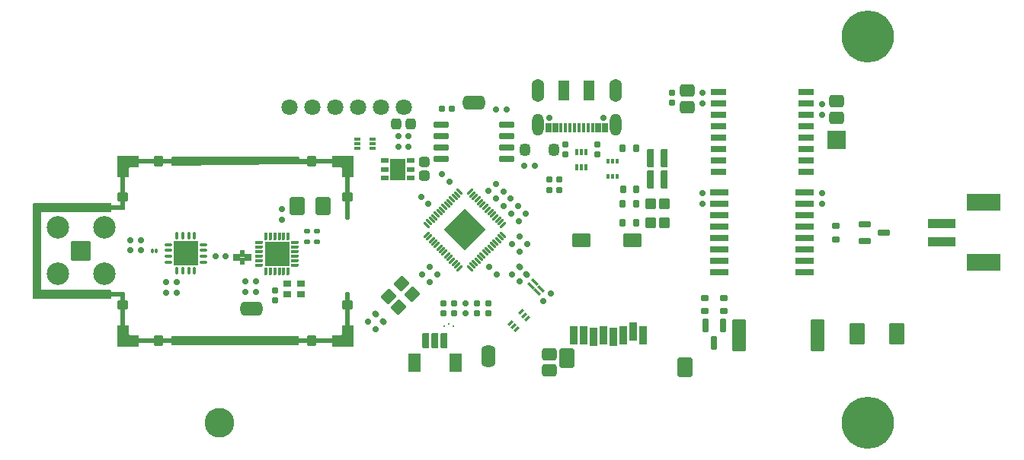
<source format=gbr>
%TF.GenerationSoftware,KiCad,Pcbnew,9.0.2+1*%
%TF.CreationDate,2025-08-16T02:22:31+01:00*%
%TF.ProjectId,OBC,4f42432e-6b69-4636-9164-5f7063625858,rev?*%
%TF.SameCoordinates,Original*%
%TF.FileFunction,Soldermask,Top*%
%TF.FilePolarity,Negative*%
%FSLAX45Y45*%
G04 Gerber Fmt 4.5, Leading zero omitted, Abs format (unit mm)*
G04 Created by KiCad (PCBNEW 9.0.2+1) date 2025-08-16 02:22:31*
%MOMM*%
%LPD*%
G01*
G04 APERTURE LIST*
G04 Aperture macros list*
%AMRoundRect*
0 Rectangle with rounded corners*
0 $1 Rounding radius*
0 $2 $3 $4 $5 $6 $7 $8 $9 X,Y pos of 4 corners*
0 Add a 4 corners polygon primitive as box body*
4,1,4,$2,$3,$4,$5,$6,$7,$8,$9,$2,$3,0*
0 Add four circle primitives for the rounded corners*
1,1,$1+$1,$2,$3*
1,1,$1+$1,$4,$5*
1,1,$1+$1,$6,$7*
1,1,$1+$1,$8,$9*
0 Add four rect primitives between the rounded corners*
20,1,$1+$1,$2,$3,$4,$5,0*
20,1,$1+$1,$4,$5,$6,$7,0*
20,1,$1+$1,$6,$7,$8,$9,0*
20,1,$1+$1,$8,$9,$2,$3,0*%
%AMFreePoly0*
4,1,39,0.535921,0.785921,0.550800,0.750000,0.550800,-0.750000,0.535921,-0.785921,0.500000,-0.800800,0.000000,-0.800800,-0.010328,-0.796522,-0.065263,-0.796522,-0.078411,-0.794791,-0.204490,-0.761009,-0.216742,-0.755934,-0.329781,-0.690671,-0.340302,-0.682598,-0.432598,-0.590302,-0.440671,-0.579781,-0.505934,-0.466742,-0.511009,-0.454490,-0.544791,-0.328411,-0.546522,-0.315263,-0.546522,-0.260327,
-0.550800,-0.250000,-0.550800,0.250000,-0.546522,0.260327,-0.546522,0.315263,-0.544791,0.328411,-0.511009,0.454490,-0.505934,0.466742,-0.440671,0.579781,-0.432598,0.590302,-0.340302,0.682598,-0.329781,0.690671,-0.216742,0.755934,-0.204490,0.761009,-0.078411,0.794791,-0.065263,0.796522,-0.010328,0.796522,0.000000,0.800800,0.500000,0.800800,0.535921,0.785921,0.535921,0.785921,
$1*%
%AMFreePoly1*
4,1,39,0.010328,0.796522,0.065263,0.796522,0.078411,0.794791,0.204490,0.761009,0.216742,0.755934,0.329781,0.690671,0.340302,0.682598,0.432598,0.590302,0.440671,0.579781,0.505934,0.466742,0.511009,0.454490,0.544791,0.328411,0.546522,0.315263,0.546522,0.260327,0.550800,0.250000,0.550800,-0.250000,0.546522,-0.260327,0.546522,-0.315263,0.544791,-0.328411,0.511009,-0.454490,
0.505934,-0.466742,0.440671,-0.579781,0.432598,-0.590302,0.340302,-0.682598,0.329781,-0.690671,0.216742,-0.755934,0.204490,-0.761009,0.078411,-0.794791,0.065263,-0.796522,0.010328,-0.796522,0.000000,-0.800800,-0.500000,-0.800800,-0.535921,-0.785921,-0.550800,-0.750000,-0.550800,0.750000,-0.535921,0.785921,-0.500000,0.800800,0.000000,0.800800,0.010328,0.796522,0.010328,0.796522,
$1*%
G04 Aperture macros list end*
%ADD10C,0.010000*%
%ADD11C,0.000000*%
%ADD12RoundRect,0.025400X0.224506X-0.350230X0.350230X-0.224506X-0.224506X0.350230X-0.350230X0.224506X0*%
%ADD13RoundRect,0.025400X-0.350230X-0.224506X-0.224506X-0.350230X0.350230X0.224506X0.224506X0.350230X0*%
%ADD14RoundRect,0.025400X-2.263025X0.000000X0.000000X-2.263025X2.263025X0.000000X0.000000X2.263025X0*%
%ADD15RoundRect,0.025400X0.127000X0.381000X-0.127000X0.381000X-0.127000X-0.381000X0.127000X-0.381000X0*%
%ADD16RoundRect,0.025400X0.381000X-0.127000X0.381000X0.127000X-0.381000X0.127000X-0.381000X-0.127000X0*%
%ADD17RoundRect,0.025400X1.320800X-1.320800X1.320800X1.320800X-1.320800X1.320800X-1.320800X-1.320800X0*%
%ADD18RoundRect,0.088900X0.317500X-0.088900X0.317500X0.088900X-0.317500X0.088900X-0.317500X-0.088900X0*%
%ADD19RoundRect,0.088900X-0.088900X-0.317500X0.088900X-0.317500X0.088900X0.317500X-0.088900X0.317500X0*%
%ADD20RoundRect,0.025400X-1.320800X-1.320800X1.320800X-1.320800X1.320800X1.320800X-1.320800X1.320800X0*%
%ADD21RoundRect,0.025400X-0.359210X0.179605X0.179605X-0.359210X0.359210X-0.179605X-0.179605X0.359210X0*%
%ADD22RoundRect,0.025400X0.406400X0.203200X-0.406400X0.203200X-0.406400X-0.203200X0.406400X-0.203200X0*%
%ADD23R,1.752600X2.489200*%
%ADD24RoundRect,0.050800X-0.400000X-1.000000X0.400000X-1.000000X0.400000X1.000000X-0.400000X1.000000X0*%
%ADD25RoundRect,0.076200X-0.900000X-0.700000X0.900000X-0.700000X0.900000X0.700000X-0.900000X0.700000X0*%
%ADD26RoundRect,0.120000X-0.700000X-0.950000X0.700000X-0.950000X0.700000X0.950000X-0.700000X0.950000X0*%
%ADD27C,0.731600*%
%ADD28C,0.701600*%
%ADD29RoundRect,0.025400X0.260000X0.500000X-0.260000X0.500000X-0.260000X-0.500000X0.260000X-0.500000X0*%
%ADD30RoundRect,0.025400X0.135000X0.500000X-0.135000X0.500000X-0.135000X-0.500000X0.135000X-0.500000X0*%
%ADD31RoundRect,0.120000X0.500000X1.000000X-0.500000X1.000000X-0.500000X-1.000000X0.500000X-1.000000X0*%
%ADD32O,1.310400X2.468400*%
%ADD33O,1.352400X2.552400*%
%ADD34RoundRect,0.266387X0.559413X0.759413X-0.559413X0.759413X-0.559413X-0.759413X0.559413X-0.759413X0*%
%ADD35RoundRect,0.025400X0.150000X0.237500X-0.150000X0.237500X-0.150000X-0.237500X0.150000X-0.237500X0*%
%ADD36RoundRect,0.025400X0.105000X0.200000X-0.105000X0.200000X-0.105000X-0.200000X0.105000X-0.200000X0*%
%ADD37RoundRect,0.150400X0.267709X-0.055013X-0.055013X0.267709X-0.267709X0.055013X0.055013X-0.267709X0*%
%ADD38RoundRect,0.152400X0.177800X0.152400X-0.177800X0.152400X-0.177800X-0.152400X0.177800X-0.152400X0*%
%ADD39RoundRect,0.150400X0.150399X-0.228199X0.150399X0.228199X-0.150399X0.228199X-0.150399X-0.228199X0*%
%ADD40RoundRect,0.152400X-0.152400X0.177800X-0.152400X-0.177800X0.152400X-0.177800X0.152400X0.177800X0*%
%ADD41RoundRect,0.050800X-0.762000X-0.266700X0.762000X-0.266700X0.762000X0.266700X-0.762000X0.266700X0*%
%ADD42RoundRect,0.102000X0.650000X1.700000X-0.650000X1.700000X-0.650000X-1.700000X0.650000X-1.700000X0*%
%ADD43RoundRect,0.152400X0.152400X-0.177800X0.152400X0.177800X-0.152400X0.177800X-0.152400X-0.177800X0*%
%ADD44C,3.301600*%
%ADD45RoundRect,0.150400X0.228199X0.150399X-0.228199X0.150399X-0.228199X-0.150399X0.228199X-0.150399X0*%
%ADD46RoundRect,0.294348X0.532652X-0.382652X0.532652X0.382652X-0.532652X0.382652X-0.532652X-0.382652X0*%
%ADD47RoundRect,0.152400X0.017961X0.233487X-0.233487X-0.017961X-0.017961X-0.233487X0.233487X0.017961X0*%
%ADD48RoundRect,0.294348X-0.532652X0.382652X-0.532652X-0.382652X0.532652X-0.382652X0.532652X0.382652X0*%
%ADD49RoundRect,0.281000X0.311000X-0.281000X0.311000X0.281000X-0.311000X0.281000X-0.311000X-0.281000X0*%
%ADD50RoundRect,0.152400X-0.233487X0.017961X0.017961X-0.233487X0.233487X-0.017961X-0.017961X0.233487X0*%
%ADD51RoundRect,0.050800X-1.000000X-1.000000X1.000000X-1.000000X1.000000X1.000000X-1.000000X1.000000X0*%
%ADD52RoundRect,0.050800X-0.330200X-0.774700X0.330200X-0.774700X0.330200X0.774700X-0.330200X0.774700X0*%
%ADD53RoundRect,0.050800X0.647700X-0.952500X0.647700X0.952500X-0.647700X0.952500X-0.647700X-0.952500X0*%
%ADD54FreePoly0,90.000000*%
%ADD55FreePoly1,90.000000*%
%ADD56RoundRect,0.050800X-0.622300X0.279400X-0.622300X-0.279400X0.622300X-0.279400X0.622300X0.279400X0*%
%ADD57RoundRect,0.050800X0.279400X0.711200X-0.279400X0.711200X-0.279400X-0.711200X0.279400X-0.711200X0*%
%ADD58RoundRect,0.278500X-0.278500X-0.358500X0.278500X-0.358500X0.278500X0.358500X-0.278500X0.358500X0*%
%ADD59RoundRect,0.150400X-0.150399X0.228199X-0.150399X-0.228199X0.150399X-0.228199X0.150399X0.228199X0*%
%ADD60RoundRect,0.150400X-0.150400X-0.306800X0.150400X-0.306800X0.150400X0.306800X-0.150400X0.306800X0*%
%ADD61RoundRect,0.050800X-0.824999X-0.299999X0.824999X-0.299999X0.824999X0.299999X-0.824999X0.299999X0*%
%ADD62RoundRect,0.152400X-0.017961X-0.233487X0.233487X0.017961X0.017961X0.233487X-0.233487X-0.017961X0*%
%ADD63RoundRect,0.102000X-0.500000X0.400000X-0.500000X-0.400000X0.500000X-0.400000X0.500000X0.400000X0*%
%ADD64RoundRect,0.102000X-0.400000X0.500000X-0.400000X-0.500000X0.400000X-0.500000X0.400000X0.500000X0*%
%ADD65RoundRect,0.139700X-0.165100X-0.139700X0.165100X-0.139700X0.165100X0.139700X-0.165100X0.139700X0*%
%ADD66RoundRect,0.150400X0.306800X-0.150400X0.306800X0.150400X-0.306800X0.150400X-0.306800X-0.150400X0*%
%ADD67RoundRect,0.025400X0.304800X0.114300X-0.304800X0.114300X-0.304800X-0.114300X0.304800X-0.114300X0*%
%ADD68RoundRect,0.050800X1.050000X-1.050000X1.050000X1.050000X-1.050000X1.050000X-1.050000X-1.050000X0*%
%ADD69C,2.501600*%
%ADD70RoundRect,0.050800X0.525000X-0.500000X0.525000X0.500000X-0.525000X0.500000X-0.525000X-0.500000X0*%
%ADD71RoundRect,0.050800X0.330200X-0.952500X0.330200X0.952500X-0.330200X0.952500X-0.330200X-0.952500X0*%
%ADD72C,5.801600*%
%ADD73RoundRect,0.050800X1.447800X-0.495300X1.447800X0.495300X-1.447800X0.495300X-1.447800X-0.495300X0*%
%ADD74RoundRect,0.050800X1.803400X-0.901700X1.803400X0.901700X-1.803400X0.901700X-1.803400X-0.901700X0*%
%ADD75RoundRect,0.150400X-0.267709X0.055013X0.055013X-0.267709X0.267709X-0.055013X-0.055013X0.267709X0*%
%ADD76RoundRect,0.152400X0.233487X-0.017961X-0.017961X0.233487X-0.233487X0.017961X0.017961X-0.233487X0*%
%ADD77RoundRect,0.150400X0.150400X0.306800X-0.150400X0.306800X-0.150400X-0.306800X0.150400X-0.306800X0*%
%ADD78RoundRect,0.281000X-0.281000X-0.311000X0.281000X-0.311000X0.281000X0.311000X-0.281000X0.311000X0*%
%ADD79FreePoly0,0.000000*%
%ADD80FreePoly1,0.000000*%
%ADD81RoundRect,0.095000X-0.335000X0.285000X-0.335000X-0.285000X0.335000X-0.285000X0.335000X0.285000X0*%
%ADD82RoundRect,0.152400X-0.177800X-0.152400X0.177800X-0.152400X0.177800X0.152400X-0.177800X0.152400X0*%
%ADD83RoundRect,0.102000X0.500000X-0.400000X0.500000X0.400000X-0.500000X0.400000X-0.500000X-0.400000X0*%
%ADD84RoundRect,0.102000X0.400000X-0.500000X0.400000X0.500000X-0.400000X0.500000X-0.400000X-0.500000X0*%
%ADD85RoundRect,0.025400X-0.114300X0.304800X-0.114300X-0.304800X0.114300X-0.304800X0.114300X0.304800X0*%
%ADD86RoundRect,0.102000X-0.400000X-0.500000X0.400000X-0.500000X0.400000X0.500000X-0.400000X0.500000X0*%
%ADD87RoundRect,0.102000X-0.500000X-0.400000X0.500000X-0.400000X0.500000X0.400000X-0.500000X0.400000X0*%
%ADD88RoundRect,0.050800X-0.775000X-1.100000X0.775000X-1.100000X0.775000X1.100000X-0.775000X1.100000X0*%
%ADD89RoundRect,0.150400X-0.306800X0.150400X-0.306800X-0.150400X0.306800X-0.150400X0.306800X0.150400X0*%
%ADD90RoundRect,0.050800X0.848528X0.070711X0.070711X0.848528X-0.848528X-0.070711X-0.070711X-0.848528X0*%
%ADD91RoundRect,0.050800X0.134704X0.296348X-0.296348X-0.134704X-0.134704X-0.296348X0.296348X0.134704X0*%
%ADD92FreePoly0,180.000000*%
%ADD93FreePoly1,180.000000*%
%ADD94RoundRect,0.050800X0.949999X-0.299999X0.949999X0.299999X-0.949999X0.299999X-0.949999X-0.299999X0*%
%ADD95RoundRect,0.102000X0.400000X0.500000X-0.400000X0.500000X-0.400000X-0.500000X0.400000X-0.500000X0*%
%ADD96RoundRect,0.102000X0.500000X0.400000X-0.500000X0.400000X-0.500000X-0.400000X0.500000X-0.400000X0*%
%ADD97C,1.803400*%
G04 APERTURE END LIST*
D10*
%TO.C,D5*%
X14676000Y-11325440D02*
X14676100Y-11325440D01*
X14676300Y-11325440D01*
X14676400Y-11325540D01*
X14676500Y-11325540D01*
X14676600Y-11325640D01*
X14676700Y-11325640D01*
X14676900Y-11325740D01*
X14677000Y-11325840D01*
X14677100Y-11325940D01*
X14677200Y-11325940D01*
X14677300Y-11326040D01*
X14677400Y-11326140D01*
X14677400Y-11326240D01*
X14677500Y-11326340D01*
X14677600Y-11326440D01*
X14677700Y-11326540D01*
X14677700Y-11326740D01*
X14677800Y-11326840D01*
X14677800Y-11326940D01*
X14677900Y-11327040D01*
X14677900Y-11327240D01*
X14677900Y-11327340D01*
X14678000Y-11327440D01*
X14678000Y-11327540D01*
X14678000Y-11327740D01*
X14678000Y-11327840D01*
X14678000Y-11332840D01*
X14678000Y-11332940D01*
X14678000Y-11333140D01*
X14678000Y-11333240D01*
X14677900Y-11333340D01*
X14677900Y-11333440D01*
X14677900Y-11333640D01*
X14677800Y-11333740D01*
X14677800Y-11333840D01*
X14677700Y-11333940D01*
X14677700Y-11334040D01*
X14677600Y-11334240D01*
X14677500Y-11334340D01*
X14677400Y-11334440D01*
X14677400Y-11334540D01*
X14677300Y-11334640D01*
X14677200Y-11334740D01*
X14677100Y-11334740D01*
X14677000Y-11334840D01*
X14676900Y-11334940D01*
X14676700Y-11335040D01*
X14676600Y-11335040D01*
X14676500Y-11335140D01*
X14676400Y-11335140D01*
X14676300Y-11335240D01*
X14676100Y-11335240D01*
X14676000Y-11335240D01*
X14675900Y-11335340D01*
X14675800Y-11335340D01*
X14675600Y-11335340D01*
X14675500Y-11335340D01*
X14670500Y-11335340D01*
X14670400Y-11335340D01*
X14670200Y-11335340D01*
X14670100Y-11335340D01*
X14670000Y-11335240D01*
X14669900Y-11335240D01*
X14669700Y-11335240D01*
X14669600Y-11335140D01*
X14669500Y-11335140D01*
X14669400Y-11335040D01*
X14669200Y-11335040D01*
X14669100Y-11334940D01*
X14669000Y-11334840D01*
X14668900Y-11334740D01*
X14668800Y-11334740D01*
X14668700Y-11334640D01*
X14668600Y-11334540D01*
X14668600Y-11334440D01*
X14668500Y-11334340D01*
X14668400Y-11334240D01*
X14668300Y-11334040D01*
X14668300Y-11333940D01*
X14668200Y-11333840D01*
X14668200Y-11333740D01*
X14668100Y-11333640D01*
X14668100Y-11333440D01*
X14668100Y-11333340D01*
X14668000Y-11333240D01*
X14668000Y-11333140D01*
X14668000Y-11332940D01*
X14668000Y-11332840D01*
X14668000Y-11327840D01*
X14668000Y-11327740D01*
X14668000Y-11327540D01*
X14668000Y-11327440D01*
X14668100Y-11327340D01*
X14668100Y-11327240D01*
X14668100Y-11327040D01*
X14668200Y-11326940D01*
X14668200Y-11326840D01*
X14668300Y-11326740D01*
X14668300Y-11326540D01*
X14668400Y-11326440D01*
X14668500Y-11326340D01*
X14668600Y-11326240D01*
X14668600Y-11326140D01*
X14668700Y-11326040D01*
X14668800Y-11325940D01*
X14668900Y-11325940D01*
X14669000Y-11325840D01*
X14669100Y-11325740D01*
X14669200Y-11325640D01*
X14669400Y-11325640D01*
X14669500Y-11325540D01*
X14669600Y-11325540D01*
X14669700Y-11325440D01*
X14669900Y-11325440D01*
X14670000Y-11325440D01*
X14670100Y-11325340D01*
X14670200Y-11325340D01*
X14670400Y-11325340D01*
X14670500Y-11325340D01*
X14675500Y-11325340D01*
X14675600Y-11325340D01*
X14675800Y-11325340D01*
X14675900Y-11325340D01*
X14676000Y-11325440D01*
G36*
X14676000Y-11325440D02*
G01*
X14676100Y-11325440D01*
X14676300Y-11325440D01*
X14676400Y-11325540D01*
X14676500Y-11325540D01*
X14676600Y-11325640D01*
X14676700Y-11325640D01*
X14676900Y-11325740D01*
X14677000Y-11325840D01*
X14677100Y-11325940D01*
X14677200Y-11325940D01*
X14677300Y-11326040D01*
X14677400Y-11326140D01*
X14677400Y-11326240D01*
X14677500Y-11326340D01*
X14677600Y-11326440D01*
X14677700Y-11326540D01*
X14677700Y-11326740D01*
X14677800Y-11326840D01*
X14677800Y-11326940D01*
X14677900Y-11327040D01*
X14677900Y-11327240D01*
X14677900Y-11327340D01*
X14678000Y-11327440D01*
X14678000Y-11327540D01*
X14678000Y-11327740D01*
X14678000Y-11327840D01*
X14678000Y-11332840D01*
X14678000Y-11332940D01*
X14678000Y-11333140D01*
X14678000Y-11333240D01*
X14677900Y-11333340D01*
X14677900Y-11333440D01*
X14677900Y-11333640D01*
X14677800Y-11333740D01*
X14677800Y-11333840D01*
X14677700Y-11333940D01*
X14677700Y-11334040D01*
X14677600Y-11334240D01*
X14677500Y-11334340D01*
X14677400Y-11334440D01*
X14677400Y-11334540D01*
X14677300Y-11334640D01*
X14677200Y-11334740D01*
X14677100Y-11334740D01*
X14677000Y-11334840D01*
X14676900Y-11334940D01*
X14676700Y-11335040D01*
X14676600Y-11335040D01*
X14676500Y-11335140D01*
X14676400Y-11335140D01*
X14676300Y-11335240D01*
X14676100Y-11335240D01*
X14676000Y-11335240D01*
X14675900Y-11335340D01*
X14675800Y-11335340D01*
X14675600Y-11335340D01*
X14675500Y-11335340D01*
X14670500Y-11335340D01*
X14670400Y-11335340D01*
X14670200Y-11335340D01*
X14670100Y-11335340D01*
X14670000Y-11335240D01*
X14669900Y-11335240D01*
X14669700Y-11335240D01*
X14669600Y-11335140D01*
X14669500Y-11335140D01*
X14669400Y-11335040D01*
X14669200Y-11335040D01*
X14669100Y-11334940D01*
X14669000Y-11334840D01*
X14668900Y-11334740D01*
X14668800Y-11334740D01*
X14668700Y-11334640D01*
X14668600Y-11334540D01*
X14668600Y-11334440D01*
X14668500Y-11334340D01*
X14668400Y-11334240D01*
X14668300Y-11334040D01*
X14668300Y-11333940D01*
X14668200Y-11333840D01*
X14668200Y-11333740D01*
X14668100Y-11333640D01*
X14668100Y-11333440D01*
X14668100Y-11333340D01*
X14668000Y-11333240D01*
X14668000Y-11333140D01*
X14668000Y-11332940D01*
X14668000Y-11332840D01*
X14668000Y-11327840D01*
X14668000Y-11327740D01*
X14668000Y-11327540D01*
X14668000Y-11327440D01*
X14668100Y-11327340D01*
X14668100Y-11327240D01*
X14668100Y-11327040D01*
X14668200Y-11326940D01*
X14668200Y-11326840D01*
X14668300Y-11326740D01*
X14668300Y-11326540D01*
X14668400Y-11326440D01*
X14668500Y-11326340D01*
X14668600Y-11326240D01*
X14668600Y-11326140D01*
X14668700Y-11326040D01*
X14668800Y-11325940D01*
X14668900Y-11325940D01*
X14669000Y-11325840D01*
X14669100Y-11325740D01*
X14669200Y-11325640D01*
X14669400Y-11325640D01*
X14669500Y-11325540D01*
X14669600Y-11325540D01*
X14669700Y-11325440D01*
X14669900Y-11325440D01*
X14670000Y-11325440D01*
X14670100Y-11325340D01*
X14670200Y-11325340D01*
X14670400Y-11325340D01*
X14670500Y-11325340D01*
X14675500Y-11325340D01*
X14675600Y-11325340D01*
X14675800Y-11325340D01*
X14675900Y-11325340D01*
X14676000Y-11325440D01*
G37*
X14726000Y-11300440D02*
X14726100Y-11300440D01*
X14726300Y-11300440D01*
X14726400Y-11300540D01*
X14726500Y-11300540D01*
X14726600Y-11300640D01*
X14726800Y-11300640D01*
X14726900Y-11300740D01*
X14727000Y-11300840D01*
X14727100Y-11300940D01*
X14727200Y-11300940D01*
X14727300Y-11301040D01*
X14727400Y-11301140D01*
X14727400Y-11301240D01*
X14727500Y-11301340D01*
X14727600Y-11301440D01*
X14727700Y-11301640D01*
X14727700Y-11301740D01*
X14727800Y-11301840D01*
X14727800Y-11301940D01*
X14727900Y-11302040D01*
X14727900Y-11302240D01*
X14727900Y-11302340D01*
X14728000Y-11302440D01*
X14728000Y-11302540D01*
X14728000Y-11302740D01*
X14728000Y-11302840D01*
X14728000Y-11307840D01*
X14728000Y-11307940D01*
X14728000Y-11308140D01*
X14728000Y-11308240D01*
X14727900Y-11308340D01*
X14727900Y-11308440D01*
X14727900Y-11308640D01*
X14727800Y-11308740D01*
X14727800Y-11308840D01*
X14727700Y-11308940D01*
X14727700Y-11309140D01*
X14727600Y-11309240D01*
X14727500Y-11309340D01*
X14727400Y-11309440D01*
X14727400Y-11309540D01*
X14727300Y-11309640D01*
X14727200Y-11309740D01*
X14727100Y-11309740D01*
X14727000Y-11309840D01*
X14726900Y-11309940D01*
X14726700Y-11310040D01*
X14726600Y-11310040D01*
X14726500Y-11310140D01*
X14726400Y-11310140D01*
X14726300Y-11310240D01*
X14726100Y-11310240D01*
X14726000Y-11310240D01*
X14725900Y-11310340D01*
X14725800Y-11310340D01*
X14725600Y-11310340D01*
X14725500Y-11310340D01*
X14720500Y-11310340D01*
X14720400Y-11310340D01*
X14720200Y-11310340D01*
X14720100Y-11310340D01*
X14720000Y-11310240D01*
X14719900Y-11310240D01*
X14719700Y-11310240D01*
X14719600Y-11310140D01*
X14719500Y-11310140D01*
X14719400Y-11310040D01*
X14719300Y-11310040D01*
X14719100Y-11309940D01*
X14719000Y-11309840D01*
X14718900Y-11309740D01*
X14718800Y-11309740D01*
X14718700Y-11309640D01*
X14718600Y-11309540D01*
X14718600Y-11309440D01*
X14718500Y-11309340D01*
X14718400Y-11309240D01*
X14718300Y-11309140D01*
X14718300Y-11308940D01*
X14718200Y-11308840D01*
X14718200Y-11308740D01*
X14718100Y-11308640D01*
X14718100Y-11308440D01*
X14718100Y-11308340D01*
X14718000Y-11308240D01*
X14718000Y-11308140D01*
X14718000Y-11307940D01*
X14718000Y-11307840D01*
X14718000Y-11302840D01*
X14718000Y-11302740D01*
X14718000Y-11302540D01*
X14718000Y-11302440D01*
X14718100Y-11302340D01*
X14718100Y-11302240D01*
X14718100Y-11302040D01*
X14718200Y-11301940D01*
X14718200Y-11301840D01*
X14718300Y-11301740D01*
X14718300Y-11301640D01*
X14718400Y-11301440D01*
X14718500Y-11301340D01*
X14718600Y-11301240D01*
X14718600Y-11301140D01*
X14718700Y-11301040D01*
X14718800Y-11300940D01*
X14718900Y-11300940D01*
X14719000Y-11300840D01*
X14719100Y-11300740D01*
X14719200Y-11300640D01*
X14719400Y-11300640D01*
X14719500Y-11300540D01*
X14719600Y-11300540D01*
X14719700Y-11300440D01*
X14719900Y-11300440D01*
X14720000Y-11300440D01*
X14720100Y-11300340D01*
X14720200Y-11300340D01*
X14720400Y-11300340D01*
X14720500Y-11300340D01*
X14725500Y-11300340D01*
X14725600Y-11300340D01*
X14725800Y-11300340D01*
X14725900Y-11300340D01*
X14726000Y-11300440D01*
G36*
X14726000Y-11300440D02*
G01*
X14726100Y-11300440D01*
X14726300Y-11300440D01*
X14726400Y-11300540D01*
X14726500Y-11300540D01*
X14726600Y-11300640D01*
X14726800Y-11300640D01*
X14726900Y-11300740D01*
X14727000Y-11300840D01*
X14727100Y-11300940D01*
X14727200Y-11300940D01*
X14727300Y-11301040D01*
X14727400Y-11301140D01*
X14727400Y-11301240D01*
X14727500Y-11301340D01*
X14727600Y-11301440D01*
X14727700Y-11301640D01*
X14727700Y-11301740D01*
X14727800Y-11301840D01*
X14727800Y-11301940D01*
X14727900Y-11302040D01*
X14727900Y-11302240D01*
X14727900Y-11302340D01*
X14728000Y-11302440D01*
X14728000Y-11302540D01*
X14728000Y-11302740D01*
X14728000Y-11302840D01*
X14728000Y-11307840D01*
X14728000Y-11307940D01*
X14728000Y-11308140D01*
X14728000Y-11308240D01*
X14727900Y-11308340D01*
X14727900Y-11308440D01*
X14727900Y-11308640D01*
X14727800Y-11308740D01*
X14727800Y-11308840D01*
X14727700Y-11308940D01*
X14727700Y-11309140D01*
X14727600Y-11309240D01*
X14727500Y-11309340D01*
X14727400Y-11309440D01*
X14727400Y-11309540D01*
X14727300Y-11309640D01*
X14727200Y-11309740D01*
X14727100Y-11309740D01*
X14727000Y-11309840D01*
X14726900Y-11309940D01*
X14726700Y-11310040D01*
X14726600Y-11310040D01*
X14726500Y-11310140D01*
X14726400Y-11310140D01*
X14726300Y-11310240D01*
X14726100Y-11310240D01*
X14726000Y-11310240D01*
X14725900Y-11310340D01*
X14725800Y-11310340D01*
X14725600Y-11310340D01*
X14725500Y-11310340D01*
X14720500Y-11310340D01*
X14720400Y-11310340D01*
X14720200Y-11310340D01*
X14720100Y-11310340D01*
X14720000Y-11310240D01*
X14719900Y-11310240D01*
X14719700Y-11310240D01*
X14719600Y-11310140D01*
X14719500Y-11310140D01*
X14719400Y-11310040D01*
X14719300Y-11310040D01*
X14719100Y-11309940D01*
X14719000Y-11309840D01*
X14718900Y-11309740D01*
X14718800Y-11309740D01*
X14718700Y-11309640D01*
X14718600Y-11309540D01*
X14718600Y-11309440D01*
X14718500Y-11309340D01*
X14718400Y-11309240D01*
X14718300Y-11309140D01*
X14718300Y-11308940D01*
X14718200Y-11308840D01*
X14718200Y-11308740D01*
X14718100Y-11308640D01*
X14718100Y-11308440D01*
X14718100Y-11308340D01*
X14718000Y-11308240D01*
X14718000Y-11308140D01*
X14718000Y-11307940D01*
X14718000Y-11307840D01*
X14718000Y-11302840D01*
X14718000Y-11302740D01*
X14718000Y-11302540D01*
X14718000Y-11302440D01*
X14718100Y-11302340D01*
X14718100Y-11302240D01*
X14718100Y-11302040D01*
X14718200Y-11301940D01*
X14718200Y-11301840D01*
X14718300Y-11301740D01*
X14718300Y-11301640D01*
X14718400Y-11301440D01*
X14718500Y-11301340D01*
X14718600Y-11301240D01*
X14718600Y-11301140D01*
X14718700Y-11301040D01*
X14718800Y-11300940D01*
X14718900Y-11300940D01*
X14719000Y-11300840D01*
X14719100Y-11300740D01*
X14719200Y-11300640D01*
X14719400Y-11300640D01*
X14719500Y-11300540D01*
X14719600Y-11300540D01*
X14719700Y-11300440D01*
X14719900Y-11300440D01*
X14720000Y-11300440D01*
X14720100Y-11300340D01*
X14720200Y-11300340D01*
X14720400Y-11300340D01*
X14720500Y-11300340D01*
X14725500Y-11300340D01*
X14725600Y-11300340D01*
X14725800Y-11300340D01*
X14725900Y-11300340D01*
X14726000Y-11300440D01*
G37*
X14776000Y-11325440D02*
X14776100Y-11325440D01*
X14776300Y-11325440D01*
X14776400Y-11325540D01*
X14776500Y-11325540D01*
X14776600Y-11325640D01*
X14776800Y-11325640D01*
X14776900Y-11325740D01*
X14777000Y-11325840D01*
X14777100Y-11325940D01*
X14777200Y-11325940D01*
X14777300Y-11326040D01*
X14777400Y-11326140D01*
X14777400Y-11326240D01*
X14777500Y-11326340D01*
X14777600Y-11326440D01*
X14777700Y-11326640D01*
X14777700Y-11326740D01*
X14777800Y-11326840D01*
X14777800Y-11326940D01*
X14777900Y-11327040D01*
X14777900Y-11327240D01*
X14777900Y-11327340D01*
X14778000Y-11327440D01*
X14778000Y-11327540D01*
X14778000Y-11327740D01*
X14778000Y-11327840D01*
X14778000Y-11332840D01*
X14778000Y-11332940D01*
X14778000Y-11333140D01*
X14778000Y-11333240D01*
X14777900Y-11333340D01*
X14777900Y-11333440D01*
X14777900Y-11333640D01*
X14777800Y-11333740D01*
X14777800Y-11333840D01*
X14777700Y-11333940D01*
X14777700Y-11334040D01*
X14777600Y-11334240D01*
X14777500Y-11334340D01*
X14777400Y-11334440D01*
X14777400Y-11334540D01*
X14777300Y-11334640D01*
X14777200Y-11334740D01*
X14777100Y-11334740D01*
X14777000Y-11334840D01*
X14776900Y-11334940D01*
X14776800Y-11335040D01*
X14776600Y-11335040D01*
X14776500Y-11335140D01*
X14776400Y-11335140D01*
X14776300Y-11335240D01*
X14776100Y-11335240D01*
X14776000Y-11335240D01*
X14775900Y-11335340D01*
X14775800Y-11335340D01*
X14775600Y-11335340D01*
X14775500Y-11335340D01*
X14770500Y-11335340D01*
X14770400Y-11335340D01*
X14770200Y-11335340D01*
X14770100Y-11335340D01*
X14770000Y-11335240D01*
X14769900Y-11335240D01*
X14769700Y-11335240D01*
X14769600Y-11335140D01*
X14769500Y-11335140D01*
X14769400Y-11335040D01*
X14769300Y-11335040D01*
X14769100Y-11334940D01*
X14769000Y-11334840D01*
X14768900Y-11334740D01*
X14768800Y-11334740D01*
X14768700Y-11334640D01*
X14768600Y-11334540D01*
X14768600Y-11334440D01*
X14768500Y-11334340D01*
X14768400Y-11334240D01*
X14768300Y-11334040D01*
X14768300Y-11333940D01*
X14768200Y-11333840D01*
X14768200Y-11333740D01*
X14768100Y-11333640D01*
X14768100Y-11333440D01*
X14768100Y-11333340D01*
X14768000Y-11333240D01*
X14768000Y-11333140D01*
X14768000Y-11332940D01*
X14768000Y-11332840D01*
X14768000Y-11327840D01*
X14768000Y-11327740D01*
X14768000Y-11327540D01*
X14768000Y-11327440D01*
X14768100Y-11327340D01*
X14768100Y-11327240D01*
X14768100Y-11327040D01*
X14768200Y-11326940D01*
X14768200Y-11326840D01*
X14768300Y-11326740D01*
X14768300Y-11326540D01*
X14768400Y-11326440D01*
X14768500Y-11326340D01*
X14768600Y-11326240D01*
X14768600Y-11326140D01*
X14768700Y-11326040D01*
X14768800Y-11325940D01*
X14768900Y-11325940D01*
X14769000Y-11325840D01*
X14769100Y-11325740D01*
X14769300Y-11325640D01*
X14769400Y-11325640D01*
X14769500Y-11325540D01*
X14769600Y-11325540D01*
X14769700Y-11325440D01*
X14769900Y-11325440D01*
X14770000Y-11325440D01*
X14770100Y-11325340D01*
X14770200Y-11325340D01*
X14770400Y-11325340D01*
X14770500Y-11325340D01*
X14775500Y-11325340D01*
X14775600Y-11325340D01*
X14775800Y-11325340D01*
X14775900Y-11325340D01*
X14776000Y-11325440D01*
G36*
X14776000Y-11325440D02*
G01*
X14776100Y-11325440D01*
X14776300Y-11325440D01*
X14776400Y-11325540D01*
X14776500Y-11325540D01*
X14776600Y-11325640D01*
X14776800Y-11325640D01*
X14776900Y-11325740D01*
X14777000Y-11325840D01*
X14777100Y-11325940D01*
X14777200Y-11325940D01*
X14777300Y-11326040D01*
X14777400Y-11326140D01*
X14777400Y-11326240D01*
X14777500Y-11326340D01*
X14777600Y-11326440D01*
X14777700Y-11326640D01*
X14777700Y-11326740D01*
X14777800Y-11326840D01*
X14777800Y-11326940D01*
X14777900Y-11327040D01*
X14777900Y-11327240D01*
X14777900Y-11327340D01*
X14778000Y-11327440D01*
X14778000Y-11327540D01*
X14778000Y-11327740D01*
X14778000Y-11327840D01*
X14778000Y-11332840D01*
X14778000Y-11332940D01*
X14778000Y-11333140D01*
X14778000Y-11333240D01*
X14777900Y-11333340D01*
X14777900Y-11333440D01*
X14777900Y-11333640D01*
X14777800Y-11333740D01*
X14777800Y-11333840D01*
X14777700Y-11333940D01*
X14777700Y-11334040D01*
X14777600Y-11334240D01*
X14777500Y-11334340D01*
X14777400Y-11334440D01*
X14777400Y-11334540D01*
X14777300Y-11334640D01*
X14777200Y-11334740D01*
X14777100Y-11334740D01*
X14777000Y-11334840D01*
X14776900Y-11334940D01*
X14776800Y-11335040D01*
X14776600Y-11335040D01*
X14776500Y-11335140D01*
X14776400Y-11335140D01*
X14776300Y-11335240D01*
X14776100Y-11335240D01*
X14776000Y-11335240D01*
X14775900Y-11335340D01*
X14775800Y-11335340D01*
X14775600Y-11335340D01*
X14775500Y-11335340D01*
X14770500Y-11335340D01*
X14770400Y-11335340D01*
X14770200Y-11335340D01*
X14770100Y-11335340D01*
X14770000Y-11335240D01*
X14769900Y-11335240D01*
X14769700Y-11335240D01*
X14769600Y-11335140D01*
X14769500Y-11335140D01*
X14769400Y-11335040D01*
X14769300Y-11335040D01*
X14769100Y-11334940D01*
X14769000Y-11334840D01*
X14768900Y-11334740D01*
X14768800Y-11334740D01*
X14768700Y-11334640D01*
X14768600Y-11334540D01*
X14768600Y-11334440D01*
X14768500Y-11334340D01*
X14768400Y-11334240D01*
X14768300Y-11334040D01*
X14768300Y-11333940D01*
X14768200Y-11333840D01*
X14768200Y-11333740D01*
X14768100Y-11333640D01*
X14768100Y-11333440D01*
X14768100Y-11333340D01*
X14768000Y-11333240D01*
X14768000Y-11333140D01*
X14768000Y-11332940D01*
X14768000Y-11332840D01*
X14768000Y-11327840D01*
X14768000Y-11327740D01*
X14768000Y-11327540D01*
X14768000Y-11327440D01*
X14768100Y-11327340D01*
X14768100Y-11327240D01*
X14768100Y-11327040D01*
X14768200Y-11326940D01*
X14768200Y-11326840D01*
X14768300Y-11326740D01*
X14768300Y-11326540D01*
X14768400Y-11326440D01*
X14768500Y-11326340D01*
X14768600Y-11326240D01*
X14768600Y-11326140D01*
X14768700Y-11326040D01*
X14768800Y-11325940D01*
X14768900Y-11325940D01*
X14769000Y-11325840D01*
X14769100Y-11325740D01*
X14769300Y-11325640D01*
X14769400Y-11325640D01*
X14769500Y-11325540D01*
X14769600Y-11325540D01*
X14769700Y-11325440D01*
X14769900Y-11325440D01*
X14770000Y-11325440D01*
X14770100Y-11325340D01*
X14770200Y-11325340D01*
X14770400Y-11325340D01*
X14770500Y-11325340D01*
X14775500Y-11325340D01*
X14775600Y-11325340D01*
X14775800Y-11325340D01*
X14775900Y-11325340D01*
X14776000Y-11325440D01*
G37*
%TO.C,FL1*%
X12399886Y-10596124D02*
X12329886Y-10596124D01*
X12329886Y-10526124D01*
X12399886Y-10526124D01*
X12399886Y-10596124D01*
G36*
X12399886Y-10596124D02*
G01*
X12329886Y-10596124D01*
X12329886Y-10526124D01*
X12399886Y-10526124D01*
X12399886Y-10596124D01*
G37*
X12444886Y-10553624D02*
X12409886Y-10553624D01*
X12409886Y-10483624D01*
X12444886Y-10483624D01*
X12444886Y-10553624D01*
G36*
X12444886Y-10553624D02*
G01*
X12409886Y-10553624D01*
X12409886Y-10483624D01*
X12444886Y-10483624D01*
X12444886Y-10553624D01*
G37*
X12444886Y-10638624D02*
X12409886Y-10638624D01*
X12409886Y-10568624D01*
X12444886Y-10568624D01*
X12444886Y-10638624D01*
G36*
X12444886Y-10638624D02*
G01*
X12409886Y-10638624D01*
X12409886Y-10568624D01*
X12444886Y-10568624D01*
X12444886Y-10638624D01*
G37*
X12524886Y-10596124D02*
X12454886Y-10596124D01*
X12454886Y-10526124D01*
X12524886Y-10526124D01*
X12524886Y-10596124D01*
G36*
X12524886Y-10596124D02*
G01*
X12454886Y-10596124D01*
X12454886Y-10526124D01*
X12524886Y-10526124D01*
X12524886Y-10596124D01*
G37*
%TO.C,JP2*%
G36*
X15090411Y-11680000D02*
G01*
X15240411Y-11680000D01*
X15240411Y-11650000D01*
X15090411Y-11650000D01*
X15090411Y-11680000D01*
G37*
%TO.C,J7*%
X11162418Y-11419000D02*
X11177418Y-11434000D01*
X11272417Y-11434000D01*
X11272417Y-11554000D01*
X11042418Y-11554000D01*
X11042418Y-11324000D01*
X11162418Y-11324000D01*
X11162418Y-11419000D01*
G36*
X11162418Y-11419000D02*
G01*
X11177418Y-11434000D01*
X11272417Y-11434000D01*
X11272417Y-11554000D01*
X11042418Y-11554000D01*
X11042418Y-11324000D01*
X11162418Y-11324000D01*
X11162418Y-11419000D01*
G37*
D11*
%TO.C,JP1*%
G36*
X12547386Y-11213624D02*
G01*
X12517386Y-11213624D01*
X12517386Y-11063624D01*
X12547386Y-11063624D01*
X12547386Y-11213624D01*
G37*
D10*
%TO.C,J9*%
X13662417Y-9664000D02*
X13542417Y-9664000D01*
X13542417Y-9569000D01*
X13527417Y-9554000D01*
X13432417Y-9554000D01*
X13432417Y-9434000D01*
X13662417Y-9434000D01*
X13662417Y-9664000D01*
G36*
X13662417Y-9664000D02*
G01*
X13542417Y-9664000D01*
X13542417Y-9569000D01*
X13527417Y-9554000D01*
X13432417Y-9554000D01*
X13432417Y-9434000D01*
X13662417Y-9434000D01*
X13662417Y-9664000D01*
G37*
%TO.C,J8*%
X13662417Y-11554000D02*
X13432417Y-11554000D01*
X13432417Y-11434000D01*
X13527417Y-11434000D01*
X13542417Y-11419000D01*
X13542417Y-11324000D01*
X13662417Y-11324000D01*
X13662417Y-11554000D01*
G36*
X13662417Y-11554000D02*
G01*
X13432417Y-11554000D01*
X13432417Y-11434000D01*
X13527417Y-11434000D01*
X13542417Y-11419000D01*
X13542417Y-11324000D01*
X13662417Y-11324000D01*
X13662417Y-11554000D01*
G37*
%TO.C,JP3*%
G36*
X15019000Y-8920000D02*
G01*
X14989000Y-8920000D01*
X14989000Y-8770000D01*
X15019000Y-8770000D01*
X15019000Y-8920000D01*
G37*
%TO.C,J10*%
X11272417Y-9554000D02*
X11177418Y-9554000D01*
X11162418Y-9569000D01*
X11162418Y-9664000D01*
X11042418Y-9664000D01*
X11042418Y-9434000D01*
X11272417Y-9434000D01*
X11272417Y-9554000D01*
G36*
X11272417Y-9554000D02*
G01*
X11177418Y-9554000D01*
X11162418Y-9569000D01*
X11162418Y-9664000D01*
X11042418Y-9664000D01*
X11042418Y-9434000D01*
X11272417Y-9434000D01*
X11272417Y-9554000D01*
G37*
%TD*%
D12*
%TO.C,MCU1*%
X14847177Y-9835481D03*
X14818893Y-9863766D03*
X14790608Y-9892050D03*
X14762324Y-9920334D03*
X14734040Y-9948618D03*
X14705755Y-9976903D03*
X14677471Y-10005187D03*
X14649187Y-10033471D03*
X14620903Y-10061756D03*
X14592618Y-10090040D03*
X14564334Y-10118324D03*
X14536050Y-10146608D03*
X14507766Y-10174893D03*
X14479481Y-10203177D03*
D13*
X14479481Y-10316823D03*
X14507766Y-10345107D03*
X14536050Y-10373392D03*
X14564334Y-10401676D03*
X14592618Y-10429960D03*
X14620903Y-10458245D03*
X14649187Y-10486529D03*
X14677471Y-10514813D03*
X14705755Y-10543097D03*
X14734040Y-10571382D03*
X14762324Y-10599666D03*
X14790608Y-10627950D03*
X14818893Y-10656234D03*
X14847177Y-10684519D03*
D12*
X14960823Y-10684519D03*
X14989107Y-10656234D03*
X15017392Y-10627950D03*
X15045676Y-10599666D03*
X15073960Y-10571382D03*
X15102244Y-10543097D03*
X15130529Y-10514813D03*
X15158813Y-10486529D03*
X15187097Y-10458245D03*
X15215382Y-10429960D03*
X15243666Y-10401676D03*
X15271950Y-10373392D03*
X15300234Y-10345107D03*
X15328519Y-10316823D03*
D13*
X15328519Y-10203177D03*
X15300234Y-10174893D03*
X15271950Y-10146608D03*
X15243666Y-10118324D03*
X15215382Y-10090040D03*
X15187097Y-10061756D03*
X15158813Y-10033471D03*
X15130529Y-10005187D03*
X15102244Y-9976903D03*
X15073960Y-9948618D03*
X15045676Y-9920334D03*
X15017392Y-9892050D03*
X14989107Y-9863766D03*
X14960823Y-9835481D03*
D14*
X14904000Y-10260000D03*
%TD*%
D15*
%TO.C,U1*%
X12692036Y-10725174D03*
X12742036Y-10725174D03*
X12792036Y-10725174D03*
X12842036Y-10725174D03*
X12892036Y-10725174D03*
X12942036Y-10725174D03*
D16*
X13013886Y-10653324D03*
X13013886Y-10603324D03*
X13013886Y-10553324D03*
X13013886Y-10503324D03*
X13013886Y-10453324D03*
X13013886Y-10403324D03*
D15*
X12942036Y-10331474D03*
X12892036Y-10331474D03*
X12842036Y-10331474D03*
X12792036Y-10331474D03*
X12742036Y-10331474D03*
X12692036Y-10331474D03*
D16*
X12620186Y-10403324D03*
X12620186Y-10453324D03*
X12620186Y-10503324D03*
X12620186Y-10553324D03*
X12620186Y-10603324D03*
X12620186Y-10653324D03*
D17*
X12817036Y-10528324D03*
%TD*%
D18*
%TO.C,U3*%
X11612350Y-10422286D03*
X11612350Y-10487285D03*
X11612350Y-10552286D03*
X11612350Y-10617285D03*
D19*
X11706620Y-10711555D03*
X11771620Y-10711555D03*
X11836620Y-10711555D03*
X11901620Y-10711555D03*
D18*
X11995890Y-10617285D03*
X11995890Y-10552286D03*
X11995890Y-10487285D03*
X11995890Y-10422286D03*
D19*
X11901620Y-10328015D03*
X11836620Y-10328015D03*
X11771620Y-10328015D03*
X11706620Y-10328015D03*
D20*
X11804120Y-10519785D03*
%TD*%
D21*
%TO.C,U2*%
X15680736Y-10844710D03*
X15641223Y-10884223D03*
X15711269Y-10954269D03*
X15750782Y-10914756D03*
%TD*%
D22*
%TO.C,U7*%
X14301197Y-9680000D03*
X14301197Y-9585000D03*
X14301197Y-9490000D03*
X14011637Y-9490000D03*
X14011637Y-9585000D03*
X14011637Y-9680000D03*
D23*
X14156417Y-9585000D03*
%TD*%
D24*
%TO.C,J3*%
X16885500Y-11430000D03*
X16775500Y-11390000D03*
X16665500Y-11430000D03*
X16555500Y-11450000D03*
X16445500Y-11430000D03*
X16335500Y-11450000D03*
X16225500Y-11430000D03*
X16115500Y-11430000D03*
D25*
X16196500Y-10375000D03*
X16766500Y-10375000D03*
D26*
X16036500Y-11690000D03*
X17351500Y-11790000D03*
%TD*%
D27*
%TO.C,J6*%
X16447342Y-9016250D03*
D28*
X15847342Y-9016250D03*
D29*
X16457342Y-9126250D03*
X16382342Y-9126250D03*
D30*
X16322342Y-9126250D03*
X16272342Y-9126250D03*
X16222342Y-9126250D03*
X16172342Y-9126250D03*
X16122342Y-9126250D03*
X16072342Y-9126250D03*
X16022342Y-9126250D03*
X15972342Y-9126250D03*
D29*
X15912342Y-9126250D03*
X15837342Y-9126250D03*
D31*
X16287342Y-8706250D03*
X16007342Y-8706250D03*
D32*
X16579342Y-9088750D03*
X15715342Y-9088750D03*
D33*
X16579342Y-8706250D03*
X15715342Y-8706250D03*
%TD*%
D34*
%TO.C,L1*%
X13327417Y-9994000D03*
X13037417Y-9994000D03*
%TD*%
D35*
%TO.C,IC1*%
X16495617Y-9662500D03*
X16545617Y-9662500D03*
X16595617Y-9662500D03*
X16595617Y-9494900D03*
X16545617Y-9494900D03*
X16495617Y-9494900D03*
%TD*%
D36*
%TO.C,L4*%
X11472350Y-10489785D03*
X11428350Y-10489785D03*
%TD*%
D37*
%TO.C,R21*%
X13995089Y-11278089D03*
X13916911Y-11199911D03*
%TD*%
D38*
%TO.C,C3*%
X12582386Y-10948624D03*
X12468086Y-10948624D03*
%TD*%
D39*
%TO.C,R15*%
X15040008Y-11189250D03*
X15040008Y-11078690D03*
%TD*%
D40*
%TO.C,C22*%
X14914206Y-11076820D03*
X14914206Y-11191120D03*
%TD*%
D41*
%TO.C,U6*%
X14639510Y-9089000D03*
X14639510Y-9216000D03*
X14639510Y-9343000D03*
X14639510Y-9470000D03*
X15368490Y-9470000D03*
X15368490Y-9343000D03*
X15368490Y-9216000D03*
X15368490Y-9089000D03*
%TD*%
D42*
%TO.C,LS1*%
X18822000Y-11434000D03*
X17952000Y-11434000D03*
%TD*%
D43*
%TO.C,C21*%
X11302417Y-10489000D03*
X11302417Y-10374700D03*
%TD*%
D44*
%TO.C,H1*%
X12180000Y-12410000D03*
%TD*%
D45*
%TO.C,R17*%
X15956977Y-9820000D03*
X15846417Y-9820000D03*
%TD*%
D39*
%TO.C,R22*%
X16373417Y-9419280D03*
X16373417Y-9308720D03*
%TD*%
D46*
%TO.C,C12*%
X15840500Y-11826000D03*
X15840500Y-11646000D03*
%TD*%
D47*
%TO.C,C28*%
X14511072Y-10675428D03*
X14430250Y-10756250D03*
%TD*%
D48*
%TO.C,C16*%
X17376418Y-8710000D03*
X17376418Y-8890000D03*
%TD*%
D47*
%TO.C,C10*%
X15856411Y-10968589D03*
X15775589Y-11049411D03*
%TD*%
D38*
%TO.C,C1*%
X12582386Y-10828624D03*
X12468086Y-10828624D03*
%TD*%
D43*
%TO.C,C20*%
X18876418Y-8977150D03*
X18876418Y-8862850D03*
%TD*%
D46*
%TO.C,C39*%
X19038418Y-9008500D03*
X19038418Y-8828500D03*
%TD*%
D49*
%TO.C,C38*%
X14451617Y-9657520D03*
X14451617Y-9502520D03*
%TD*%
D50*
%TO.C,C32*%
X15430855Y-10420828D03*
X15511677Y-10501650D03*
%TD*%
D51*
%TO.C,TP6*%
X19038418Y-9258500D03*
%TD*%
D38*
%TO.C,C15*%
X12246686Y-10553624D03*
X12132386Y-10553624D03*
%TD*%
D50*
%TO.C,C35*%
X15176178Y-10672178D03*
X15257000Y-10753000D03*
%TD*%
D52*
%TO.C,J5*%
X14674000Y-11490000D03*
X14574000Y-11490000D03*
X14474000Y-11490000D03*
D53*
X14344000Y-11742500D03*
X14804000Y-11742500D03*
%TD*%
D54*
%TO.C,JP2*%
X15165411Y-11730000D03*
D55*
X15165411Y-11600000D03*
%TD*%
D56*
%TO.C,CR3*%
X19346680Y-10194256D03*
X19346680Y-10384756D03*
X19557500Y-10289506D03*
%TD*%
D57*
%TO.C,IC2*%
X17770742Y-11324195D03*
X17580242Y-11324195D03*
X17675492Y-11517235D03*
%TD*%
D58*
%TO.C,D4*%
X15891917Y-9365000D03*
X15570917Y-9365000D03*
%TD*%
D59*
%TO.C,R10*%
X17206418Y-8734720D03*
X17206418Y-8845280D03*
%TD*%
D60*
%TO.C,R13*%
X16655617Y-10180000D03*
X16805618Y-10180000D03*
%TD*%
D39*
%TO.C,R19*%
X14788403Y-11189250D03*
X14788403Y-11078690D03*
%TD*%
D43*
%TO.C,C19*%
X11182417Y-10489000D03*
X11182417Y-10374700D03*
%TD*%
D61*
%TO.C,U14*%
X17721918Y-8724500D03*
X17721918Y-8851500D03*
X17721918Y-8978500D03*
X17721918Y-9105500D03*
X17721918Y-9232500D03*
X17721918Y-9359500D03*
X17721918Y-9486500D03*
X17721918Y-9613500D03*
X18696918Y-9613500D03*
X18696918Y-9486500D03*
X18696918Y-9359500D03*
X18696918Y-9232500D03*
X18696918Y-9105500D03*
X18696918Y-8978500D03*
X18696918Y-8851500D03*
X18696918Y-8724500D03*
%TD*%
D39*
%TO.C,R1*%
X12791556Y-11044184D03*
X12791556Y-10933624D03*
%TD*%
D62*
%TO.C,C30*%
X15250678Y-9910754D03*
X15331501Y-9829932D03*
%TD*%
D63*
%TO.C,J7*%
X11102418Y-11094000D03*
D64*
X11502417Y-11494000D03*
%TD*%
D65*
%TO.C,C5*%
X13148764Y-10394000D03*
X13263064Y-10394000D03*
%TD*%
D66*
%TO.C,R55*%
X19028000Y-10365000D03*
X19028000Y-10215000D03*
%TD*%
D39*
%TO.C,R18*%
X14663000Y-11189250D03*
X14663000Y-11078690D03*
%TD*%
D62*
%TO.C,C33*%
X15334455Y-9994531D03*
X15415277Y-9913708D03*
%TD*%
D65*
%TO.C,C7*%
X13148117Y-10275850D03*
X13262417Y-10275850D03*
%TD*%
D62*
%TO.C,C27*%
X15502007Y-10162083D03*
X15582830Y-10081261D03*
%TD*%
D38*
%TO.C,C17*%
X11702417Y-10841850D03*
X11588117Y-10841850D03*
%TD*%
D67*
%TO.C,D1*%
X13881507Y-9350000D03*
X13881507Y-9300000D03*
X13881507Y-9250000D03*
X13711327Y-9250000D03*
X13711327Y-9300000D03*
X13711327Y-9350000D03*
%TD*%
D47*
%TO.C,C25*%
X15247724Y-9746156D03*
X15166902Y-9826978D03*
%TD*%
D68*
%TO.C,J4*%
X10640000Y-10490000D03*
D69*
X10897500Y-10747500D03*
X10897500Y-10232500D03*
X10382500Y-10232500D03*
X10382500Y-10747500D03*
%TD*%
D70*
%TO.C,CR1*%
X16970617Y-10180000D03*
X17120617Y-10180000D03*
%TD*%
D40*
%TO.C,C36*%
X17546418Y-9853850D03*
X17546418Y-9968150D03*
%TD*%
D38*
%TO.C,C18*%
X11702417Y-10961850D03*
X11588117Y-10961850D03*
%TD*%
D66*
%TO.C,R6*%
X17780492Y-11165715D03*
X17780492Y-11015715D03*
%TD*%
D71*
%TO.C,U5*%
X16970617Y-9700000D03*
X17120618Y-9700000D03*
X17120618Y-9458700D03*
X16970617Y-9458700D03*
%TD*%
D72*
%TO.C,H2*%
X19380000Y-8110000D03*
%TD*%
D73*
%TO.C,J2*%
X20200000Y-10190000D03*
X20200000Y-10390000D03*
D74*
X20665000Y-10625000D03*
X20665000Y-9955000D03*
%TD*%
D59*
%TO.C,R23*%
X16023417Y-9308720D03*
X16023417Y-9419280D03*
%TD*%
D75*
%TO.C,R25*%
X15512822Y-10675822D03*
X15591000Y-10754000D03*
%TD*%
D76*
%TO.C,C31*%
X14733911Y-9721911D03*
X14653089Y-9641089D03*
%TD*%
D77*
%TO.C,R4*%
X16810618Y-9809350D03*
X16660617Y-9809350D03*
%TD*%
D45*
%TO.C,R16*%
X15956977Y-9697584D03*
X15846417Y-9697584D03*
%TD*%
D50*
%TO.C,C26*%
X15514837Y-10336518D03*
X15595659Y-10417341D03*
%TD*%
D76*
%TO.C,C41*%
X15509411Y-10835411D03*
X15428589Y-10754589D03*
%TD*%
D43*
%TO.C,C9*%
X12872417Y-10146150D03*
X12872417Y-10031850D03*
%TD*%
D60*
%TO.C,R14*%
X16655618Y-9970000D03*
X16805618Y-9970000D03*
%TD*%
D76*
%TO.C,C29*%
X14500411Y-9970411D03*
X14419589Y-9889589D03*
%TD*%
D39*
%TO.C,R20*%
X15165411Y-11189250D03*
X15165411Y-11078690D03*
%TD*%
D50*
%TO.C,C34*%
X13830333Y-11283844D03*
X13911156Y-11364667D03*
%TD*%
D78*
%TO.C,C2*%
X14144067Y-9079520D03*
X14299067Y-9079520D03*
%TD*%
D79*
%TO.C,JP1*%
X12467386Y-11138624D03*
D80*
X12597386Y-11138624D03*
%TD*%
D81*
%TO.C,XTAL1*%
X13079917Y-10861500D03*
X12934917Y-10861500D03*
X12934917Y-10976500D03*
X13079917Y-10976500D03*
%TD*%
D82*
%TO.C,C6*%
X14164417Y-9337520D03*
X14278717Y-9337520D03*
%TD*%
D45*
%TO.C,R24*%
X14761560Y-8914000D03*
X14651000Y-8914000D03*
%TD*%
D82*
%TO.C,C37*%
X15567117Y-9545000D03*
X15681417Y-9545000D03*
%TD*%
D83*
%TO.C,J9*%
X13602417Y-9894000D03*
D84*
X13202417Y-9494000D03*
%TD*%
D70*
%TO.C,CR2*%
X16970618Y-9970000D03*
X17120618Y-9970000D03*
%TD*%
D85*
%TO.C,D3*%
X16247417Y-9391040D03*
X16197417Y-9391040D03*
X16147418Y-9391040D03*
X16147418Y-9561220D03*
X16197417Y-9561220D03*
X16247417Y-9561220D03*
%TD*%
D86*
%TO.C,J8*%
X13202417Y-11494000D03*
D87*
X13602417Y-11094000D03*
%TD*%
D82*
%TO.C,C4*%
X14164417Y-9217520D03*
X14278717Y-9217520D03*
%TD*%
D40*
%TO.C,C43*%
X17546418Y-8735820D03*
X17546418Y-8850120D03*
%TD*%
D88*
%TO.C,C8*%
X19265000Y-11415000D03*
X19705000Y-11415000D03*
%TD*%
D89*
%TO.C,R7*%
X17570172Y-11015715D03*
X17570172Y-11165715D03*
%TD*%
D90*
%TO.C,XTAL2*%
X14170508Y-11120992D03*
X14319000Y-10972500D03*
X14202327Y-10855827D03*
X14053835Y-11004320D03*
%TD*%
D43*
%TO.C,C42*%
X18877418Y-9967150D03*
X18877418Y-9852850D03*
%TD*%
D62*
%TO.C,C24*%
X15418231Y-10078307D03*
X15499053Y-9997485D03*
%TD*%
D60*
%TO.C,R5*%
X16655617Y-9349350D03*
X16805618Y-9349350D03*
%TD*%
D91*
%TO.C,D2*%
X15599523Y-11245188D03*
X15564168Y-11209832D03*
X15528812Y-11174477D03*
X15408477Y-11294812D03*
X15443832Y-11330168D03*
X15479188Y-11365523D03*
%TD*%
D92*
%TO.C,JP3*%
X15069000Y-8845000D03*
D93*
X14939000Y-8845000D03*
%TD*%
D38*
%TO.C,C40*%
X15368300Y-8915000D03*
X15254000Y-8915000D03*
%TD*%
D94*
%TO.C,U12*%
X17727418Y-9845500D03*
X17727418Y-9972500D03*
X17727418Y-10099500D03*
X17727418Y-10226500D03*
X17727418Y-10353500D03*
X17727418Y-10480500D03*
X17727418Y-10607500D03*
X17727418Y-10734500D03*
X18677417Y-10734500D03*
X18677417Y-10607500D03*
X18677417Y-10480500D03*
X18677417Y-10353500D03*
X18677417Y-10226500D03*
X18677417Y-10099500D03*
X18677417Y-9972500D03*
X18677417Y-9845500D03*
%TD*%
D95*
%TO.C,J10*%
X11502417Y-9494000D03*
D96*
X11102418Y-9894000D03*
%TD*%
D72*
%TO.C,H3*%
X19380000Y-12410000D03*
%TD*%
D62*
%TO.C,C23*%
X14515250Y-10841250D03*
X14596072Y-10760428D03*
%TD*%
D97*
%TO.C,J1*%
X14230000Y-8890000D03*
X13976000Y-8890000D03*
X13722000Y-8890000D03*
X13468000Y-8890000D03*
X13214000Y-8890000D03*
X12960000Y-8890000D03*
%TD*%
G36*
X13057304Y-9445969D02*
G01*
X13061879Y-9451249D01*
X13063000Y-9456400D01*
X13063000Y-9469000D01*
X13613252Y-9469000D01*
X13619956Y-9470969D01*
X13624531Y-9476249D01*
X13625652Y-9481394D01*
X13625993Y-10130594D01*
X13624029Y-10137299D01*
X13618751Y-10141877D01*
X13613593Y-10143000D01*
X13588400Y-10143000D01*
X13581696Y-10141032D01*
X13577121Y-10135751D01*
X13576000Y-10130600D01*
X13576000Y-9519000D01*
X11654560Y-9543838D01*
X11647831Y-9541956D01*
X11643188Y-9536735D01*
X11642000Y-9531439D01*
X11642000Y-9519000D01*
X11127594Y-9519000D01*
X11127594Y-10021591D01*
X11125625Y-10028295D01*
X11120345Y-10032870D01*
X11115194Y-10033991D01*
X10977594Y-10033991D01*
X10977594Y-10046591D01*
X10975625Y-10053295D01*
X10970345Y-10057870D01*
X10965194Y-10058991D01*
X10200000Y-10059000D01*
X10200000Y-10929424D01*
X10965017Y-10929394D01*
X10971721Y-10931362D01*
X10976297Y-10936642D01*
X10977418Y-10941794D01*
X10977418Y-10954394D01*
X11115194Y-10954394D01*
X11121898Y-10956362D01*
X11126473Y-10961643D01*
X11127594Y-10966794D01*
X11127594Y-11469000D01*
X11640062Y-11469000D01*
X11640063Y-11469000D01*
X11640063Y-11456400D01*
X11642031Y-11449696D01*
X11647311Y-11445120D01*
X11652463Y-11444000D01*
X13048663Y-11444000D01*
X13055366Y-11445968D01*
X13059942Y-11451249D01*
X13061063Y-11456400D01*
X13061063Y-11469000D01*
X13575552Y-11469025D01*
X13575471Y-10966411D01*
X13577438Y-10959707D01*
X13582718Y-10955130D01*
X13587871Y-10954009D01*
X13613069Y-10954009D01*
X13619773Y-10955978D01*
X13624348Y-10961258D01*
X13625469Y-10966409D01*
X13625469Y-11506600D01*
X13623500Y-11513304D01*
X13618220Y-11517879D01*
X13613069Y-11519000D01*
X13061323Y-11519000D01*
X13061323Y-11531600D01*
X13059354Y-11538304D01*
X13054074Y-11542879D01*
X13048923Y-11544000D01*
X11652463Y-11544000D01*
X11645759Y-11542031D01*
X11641183Y-11536751D01*
X11640063Y-11531600D01*
X11640063Y-11519000D01*
X11089994Y-11519000D01*
X11083290Y-11517031D01*
X11078714Y-11511751D01*
X11077594Y-11506600D01*
X11077594Y-11004424D01*
X10977418Y-11004424D01*
X10977418Y-11017024D01*
X10975449Y-11023728D01*
X10970169Y-11028303D01*
X10965018Y-11029424D01*
X10112400Y-11029424D01*
X10105696Y-11027455D01*
X10101121Y-11022175D01*
X10100000Y-11017024D01*
X10100000Y-9971400D01*
X10101969Y-9964696D01*
X10107249Y-9960120D01*
X10112400Y-9959000D01*
X10965194Y-9958991D01*
X10971898Y-9960959D01*
X10976473Y-9966240D01*
X10977594Y-9971391D01*
X10977594Y-9983991D01*
X11077594Y-9983991D01*
X11077594Y-9481400D01*
X11079562Y-9474696D01*
X11084843Y-9470121D01*
X11089994Y-9469000D01*
X11642000Y-9469000D01*
X11642000Y-9456400D01*
X11643968Y-9449696D01*
X11649249Y-9445121D01*
X11654400Y-9444000D01*
X13050600Y-9444000D01*
X13057304Y-9445969D01*
G37*
M02*

</source>
